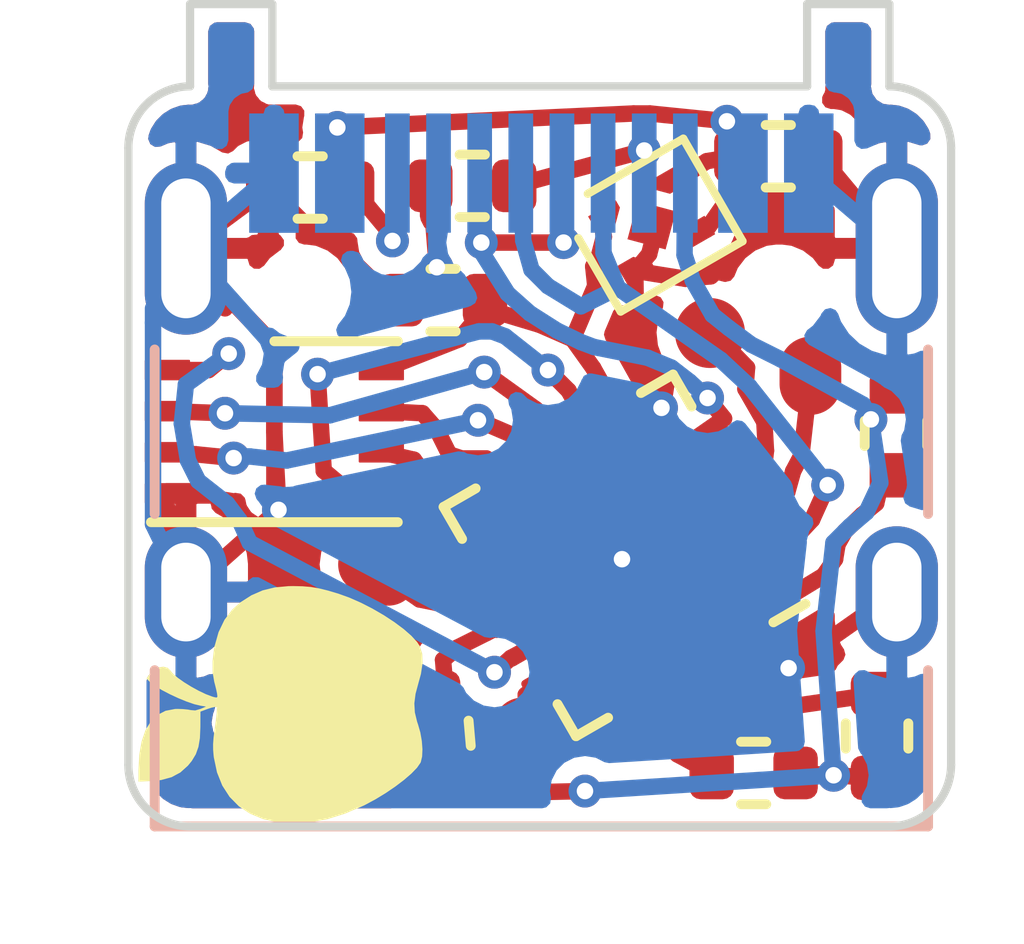
<source format=kicad_pcb>
(kicad_pcb (version 20211014) (generator pcbnew)
  (layers (0 "F.Cu" signal) (31 "B.Cu" signal) (34 "B.Paste" user) (35 "F.Paste" user) (36 "B.SilkS" user "B.Silkscreen") (37 "F.SilkS" user "F.Silkscreen") (38 "B.Mask" user) (39 "F.Mask" user) (44 "Edge.Cuts" user))
  (net 0 "")
  (net 1 "VDD")
  (net 2 "GND")
  (net 3 "+5V")
  (net 4 "Net-(J1-PadB5)")
  (net 5 "D+")
  (net 6 "D-")
  (net 7 "SBU2")
  (net 8 "Net-(J1-PadA5)")
  (net 9 "MOSI")
  (net 10 "MISO")
  (net 11 "FIOA")
  (net 12 "FIOB")
  (net 13 "SCK")
  (net 14 "SS")
  (net 15 "SWIO")
  (net 16 "Net-(R4-Pad1)")
  (net 17 "Net-(R5-Pad1)")
  (net 18 "Net-(R6-Pad1)")
  (net 20 "Net-(R3-Pad1)")
  (net 21 "Net-(U3-Pad2)")
  (net 22 "Net-(U3-Pad3)")
  (net 23 "Net-(U3-Pad12)")
  (footprint "TestPoint:TestPoint_Pad_1.0x1.0mm" (layer "F.Cu") (at 64.84 49.12 120)
    (fp_text reference "J6" hide)
    (fp_text value "~")
    (pad "1" smd oval (at 0 0 120) (size 0.9 0.7) (layers "F.Cu" "F.Mask") (net 15 "SWIO"))
  )
  (footprint "Resistor_SMD:R_0402_1005Metric" (layer "F.Cu") (at 63.825 43.85)
    (fp_text reference "C3" hide)
    (fp_text value "4.7u" hide)
    (fp_line (start -0.153641 -0.38) (end 0.153641 -0.38) (layer "F.SilkS") (width 0.12))
    (fp_line (start -0.153641 0.38) (end 0.153641 0.38) (layer "F.SilkS") (width 0.12))
    (pad "1" smd roundrect (at -0.51 0) (size 0.54 0.64) (layers "F.Cu" "F.Paste" "F.Mask") (net 2 "GND"))
    (pad "2" smd roundrect (at 0.51 0) (size 0.54 0.64) (layers "F.Cu" "F.Paste" "F.Mask") (net 1 "VDD"))
  )
  (footprint "Resistor_SMD:R_0402_1005Metric" (layer "F.Cu") (at 64.18 42.46 180)
    (fp_text reference "R1" hide)
    (fp_text value "5.1k" hide)
    (fp_line (start -0.153641 -0.38) (end 0.153641 -0.38) (layer "F.SilkS") (width 0.12))
    (fp_line (start -0.153641 0.38) (end 0.153641 0.38) (layer "F.SilkS") (width 0.12))
    (pad "1" smd roundrect locked (at -0.51 0 180) (size 0.54 0.64) (layers "F.Cu" "F.Paste" "F.Mask") (net 8 "Net-(J1-PadA5)"))
    (pad "2" smd roundrect locked (at 0.51 0 180) (size 0.54 0.64) (layers "F.Cu" "F.Paste" "F.Mask") (net 2 "GND"))
  )
  (footprint "Resistor_SMD:R_0402_1005Metric" (layer "F.Cu") (at 67.6 49.6)
    (fp_text reference "R6" hide)
    (fp_text value "1.5k" hide)
    (fp_line (start -0.153641 -0.38) (end 0.153641 -0.38) (layer "F.SilkS") (width 0.12))
    (fp_line (start -0.153641 0.38) (end 0.153641 0.38) (layer "F.SilkS") (width 0.12))
    (pad "1" smd roundrect (at -0.51 0) (size 0.54 0.64) (layers "F.Cu" "F.Paste" "F.Mask") (net 18 "Net-(R6-Pad1)"))
    (pad "2" smd roundrect (at 0.51 0) (size 0.54 0.64) (layers "F.Cu" "F.Paste" "F.Mask") (net 7 "SBU2"))
  )
  (footprint "artwork:apple" (layer "F.Cu") (at 61.85 48.77 90)
    (fp_text reference "J2" hide)
    (fp_text value "APPLE" hide)
    (fp_poly (pts (xy -0.793653 -1.727072) (xy -0.606808 -1.717459) (xy -0.445887 -1.689243) (xy -0.311507 -1.642818) (xy -0.204283 -1.578579) (xy -0.124832 -1.496918) (xy -0.073769 -1.398231) (xy -0.05171 -1.282911) (xy -0.0508 -1.251842) (xy -0.053057 -1.185401) (xy -0.058903 -1.125201) (xy -0.065176 -1.092088) (xy -0.069497 -1.036594) (xy -0.051054 -0.973854) (xy -0.022555 -0.906308) (xy -0.011743 -0.973924) (xy 0.006404 -1.04902) (xy 0.037875 -1.14069) (xy 0.079033 -1.241265) (xy 0.126242 -1.343074) (xy 0.175867 -1.438445) (xy 0.224271 -1.519708) (xy 0.267818 -1.579193) (xy 0.282465 -1.594613) (xy 0.319555 -1.629457) (xy 0.373303 -1.591185) (xy 0.423029 -1.542123) (xy 0.453369 -1.484268) (xy 0.463027 -1.425613) (xy 0.450708 -1.374149) (xy 0.415115 -1.33787) (xy 0.414437 -1.337503) (xy 0.374576 -1.304656) (xy 0.326098 -1.247234) (xy 0.273126 -1.172039) (xy 0.219784 -1.085875) (xy 0.170194 -0.995545) (xy 0.128481 -0.907853) (xy 0.098767 -0.829602) (xy 0.09185 -0.805249) (xy 0.087112 -0.776703) (xy 0.098515 -0.767467) (xy 0.134247 -0.771685) (xy 0.137879 -0.772335) (xy 0.189287 -0.783327) (xy 0.252559 -0.799122) (xy 0.27824 -0.806142) (xy 0.393365 -0.825753) (xy 0.528531 -0.82679) (xy 0.675499 -0.809311) (xy 0.707681 -0.803173) (xy 0.882495 -0.753814) (xy 1.032349 -0.681834) (xy 1.157753 -0.586935) (xy 1.245964 -0.487399) (xy 1.331187 -0.354037) (xy 1.390724 -0.217389) (xy 1.426941 -0.069761) (xy 1.442203 0.096541) (xy 1.443048 0.153809) (xy 1.44051 0.267175) (xy 1.431861 0.367709) (xy 1.415252 0.466423) (xy 1.388838 0.574326) (xy 1.351331 0.700644) (xy 1.302259 0.836958) (xy 1.240024 0.978094) (xy 1.167701 1.119292) (xy 1.088365 1.255794) (xy 1.005092 1.382841) (xy 0.920955 1.495674) (xy 0.83903 1.589534) (xy 0.762392 1.659664) (xy 0.709281 1.694313) (xy 0.618853 1.722455) (xy 0.506499 1.726441) (xy 0.373957 1.70634) (xy 0.265151 1.6764) (xy 0.132136 1.640671) (xy 0.015747 1.626039) (xy -0.093789 1.63239) (xy -0.206249 1.659608) (xy -0.238348 1.670508) (xy -0.33741 1.698993) (xy -0.441567 1.717206) (xy -0.542105 1.724592) (xy -0.630307 1.720601) (xy -0.697457 1.70468) (xy -0.70721 1.700213) (xy -0.767085 1.658254) (xy -0.837339 1.590318) (xy -0.914324 1.501257) (xy -0.994392 1.39592) (xy -1.073897 1.279157) (xy -1.149192 1.155817) (xy -1.216629 1.030752) (xy -1.228089 1.007534) (xy -1.324368 0.784655) (xy -1.39135 0.570949) (xy -1.430368 0.361149) (xy -1.442751 0.160867) (xy -1.429956 -0.03678) (xy -1.390542 -0.214637) (xy -1.325345 -0.371715) (xy -1.235199 -0.507026) (xy -1.120939 -0.619584) (xy -0.983399 -0.708399) (xy -0.823414 -0.772484) (xy -0.641818 -0.810851) (xy -0.619586 -0.81357) (xy -0.548211 -0.819579) (xy -0.478653 -0.820058) (xy -0.400511 -0.81451) (xy -0.303384 -0.802436) (xy -0.262243 -0.796467) (xy -0.179412 -0.785258) (xy -0.108716 -0.777788) (xy -0.056835 -0.774611) (xy -0.030446 -0.776279) (xy -0.028884 -0.77717) (xy -0.027086 -0.799048) (xy -0.036354 -0.841746) (xy -0.049683 -0.882129) (xy -0.083932 -0.973667) (xy -0.274799 -0.974495) (xy -0.406029 -0.98022) (xy -0.512701 -0.997859) (xy -0.602818 -1.030011) (xy -0.684384 -1.079277) (xy -0.741551 -1.126122) (xy -0.823676 -1.21762) (xy -0.881047 -1.324075) (xy -0.915577 -1.450039) (xy -0.928165 -1.570566) (xy -0.935373 -1.7272)) (layer "F.SilkS") (width 0) (fill solid))
  )
  (footprint "Resistor_SMD:R_0402_1005Metric" (layer "F.Cu") (at 69.1 49.15 -90)
    (fp_text reference "R4" hide)
    (fp_text value "1.5k" hide)
    (fp_line (start -0.153641 -0.38) (end 0.153641 -0.38) (layer "F.SilkS") (width 0.12))
    (fp_line (start -0.153641 0.38) (end 0.153641 0.38) (layer "F.SilkS") (width 0.12))
    (pad "1" smd roundrect (at -0.51 0 270) (size 0.54 0.64) (layers "F.Cu" "F.Paste" "F.Mask") (net 16 "Net-(R4-Pad1)"))
    (pad "2" smd roundrect (at 0.51 0 270) (size 0.54 0.64) (layers "F.Cu" "F.Paste" "F.Mask") (net 7 "SBU2"))
  )
  (footprint "Package_DFN_QFN:QFN-20-1EP_3x3mm_P0.4mm_EP1.65x1.65mm" (layer "F.Cu") (at 66.030737 46.95359 -150)
    (fp_text reference "U3" hide)
    (fp_text value "CH32V003F4U6" hide)
    (fp_line (start -1.16 1.61) (end -1.61 1.61) (layer "F.SilkS") (width 0.12))
    (fp_line (start 1.61 -1.61) (end 1.61 -1.16) (layer "F.SilkS") (width 0.12))
    (fp_line (start 1.61 1.61) (end 1.61 1.16) (layer "F.SilkS") (width 0.12))
    (fp_line (start -1.61 1.61) (end -1.61 1.16) (layer "F.SilkS") (width 0.12))
    (fp_line (start -1.16 -1.61) (end -1.61 -1.61) (layer "F.SilkS") (width 0.12))
    (fp_line (start 1.16 1.61) (end 1.61 1.61) (layer "F.SilkS") (width 0.12))
    (fp_line (start 1.16 -1.61) (end 1.61 -1.61) (layer "F.SilkS") (width 0.12))
    (pad "1" smd roundrect locked (at -1.45 -0.8 210) (size 0.85 0.2) (layers "F.Cu" "F.Paste" "F.Mask") (net 6 "D-"))
    (pad "2" smd roundrect locked (at -1.45 -0.4 210) (size 0.85 0.2) (layers "F.Cu" "F.Paste" "F.Mask") (net 21 "Net-(U3-Pad2)"))
    (pad "3" smd roundrect locked (at -1.45 0 210) (size 0.85 0.2) (layers "F.Cu" "F.Paste" "F.Mask") (net 22 "Net-(U3-Pad3)"))
    (pad "4" smd roundrect locked (at -1.45 0.4 210) (size 0.85 0.2) (layers "F.Cu" "F.Paste" "F.Mask") (net 2 "GND"))
    (pad "5" smd roundrect locked (at -1.45 0.8 210) (size 0.85 0.2) (layers "F.Cu" "F.Paste" "F.Mask") (net 5 "D+"))
    (pad "6" smd roundrect locked (at -0.8 1.45 210) (size 0.2 0.85) (layers "F.Cu" "F.Paste" "F.Mask") (net 1 "VDD"))
    (pad "7" smd roundrect locked (at -0.4 1.45 210) (size 0.2 0.85) (layers "F.Cu" "F.Paste" "F.Mask") (net 9 "MOSI"))
    (pad "8" smd roundrect locked (at 0 1.45 210) (size 0.2 0.85) (layers "F.Cu" "F.Paste" "F.Mask") (net 10 "MISO"))
    (pad "9" smd roundrect locked (at 0.4 1.45 210) (size 0.2 0.85) (layers "F.Cu" "F.Paste" "F.Mask") (net 11 "FIOA"))
    (pad "10" smd roundrect locked (at 0.8 1.45 210) (size 0.2 0.85) (layers "F.Cu" "F.Paste" "F.Mask") (net 12 "FIOB"))
    (pad "11" smd roundrect locked (at 1.45 0.8 210) (size 0.85 0.2) (layers "F.Cu" "F.Paste" "F.Mask") (net 13 "SCK"))
    (pad "12" smd roundrect locked (at 1.45 0.4 210) (size 0.85 0.2) (layers "F.Cu" "F.Paste" "F.Mask") (net 23 "Net-(U3-Pad12)"))
    (pad "13" smd roundrect locked (at 1.45 0 210) (size 0.85 0.2) (layers "F.Cu" "F.Paste" "F.Mask") (net 17 "Net-(R5-Pad1)"))
    (pad "14" smd roundrect locked (at 1.45 -0.4 210) (size 0.85 0.2) (layers "F.Cu" "F.Paste" "F.Mask") (net 14 "SS"))
    (pad "15" smd roundrect locked (at 1.45 -0.8 210) (size 0.85 0.2) (layers "F.Cu" "F.Paste" "F.Mask") (net 15 "SWIO"))
    (pad "16" smd roundrect locked (at 0.8 -1.45 210) (size 0.2 0.85) (layers "F.Cu" "F.Paste" "F.Mask") (net 18 "Net-(R6-Pad1)"))
    (pad "17" smd roundrect locked (at 0.4 -1.45 210) (size 0.2 0.85) (layers "F.Cu" "F.Paste" "F.Mask") (net 16 "Net-(R4-Pad1)"))
    (pad "18" smd roundrect locked (at 0 -1.45 210) (size 0.2 0.85) (layers "F.Cu" "F.Paste" "F.Mask"))
    (pad "19" smd roundrect locked (at -0.4 -1.45 210) (size 0.2 0.85) (layers "F.Cu" "F.Paste" "F.Mask") (net 20 "Net-(R3-Pad1)"))
    (pad "20" smd roundrect locked (at -0.8 -1.45 210) (size 0.2 0.85) (layers "F.Cu" "F.Paste" "F.Mask") (net 20 "Net-(R3-Pad1)"))
    (pad "21" smd rect locked (at 0 0 210) (size 1.65 1.65) (layers "F.Cu" "F.Mask") (net 2 "GND"))
  )
  (footprint "Resistor_SMD:R_0402_1005Metric" (layer "F.Cu") (at 67.9 42.1 180)
    (fp_text reference "C4" hide)
    (fp_text value "4.7u" hide)
    (fp_line (start -0.153641 -0.38) (end 0.153641 -0.38) (layer "F.SilkS") (width 0.12))
    (fp_line (start -0.153641 0.38) (end 0.153641 0.38) (layer "F.SilkS") (width 0.12))
    (pad "1" smd roundrect (at -0.51 0 180) (size 0.54 0.64) (layers "F.Cu" "F.Paste" "F.Mask") (net 2 "GND"))
    (pad "2" smd roundrect (at 0.51 0 180) (size 0.54 0.64) (layers "F.Cu" "F.Paste" "F.Mask") (net 3 "+5V"))
  )
  (footprint "cnhardware:USON8-LINE(2x3)" (layer "F.Cu") (at 61.775 45.45)
    (fp_text reference "U2" hide)
    (fp_text value "25WQ32" hide)
    (fp_line (start 1.5 1.1) (end -1.5 1.1) (layer "F.SilkS") (width 0.12))
    (fp_line (start 0 -1.1) (end 1.5 -1.1) (layer "F.SilkS") (width 0.12))
    (pad "1" smd roundrect (at -1.3 -0.75) (size 0.55 0.25) (layers "F.Cu" "F.Paste" "F.Mask") (roundrect_rratio 0.05) (net 14 "SS"))
    (pad "2" smd roundrect (at -1.3 -0.25) (size 0.55 0.25) (layers "F.Cu" "F.Paste" "F.Mask") (roundrect_rratio 0.05) (net 10 "MISO"))
    (pad "3" smd roundrect (at -1.3 0.25) (size 0.55 0.25) (layers "F.Cu" "F.Paste" "F.Mask") (roundrect_rratio 0.05) (net 11 "FIOA"))
    (pad "4" smd roundrect (at -1.3 0.75) (size 0.55 0.25) (layers "F.Cu" "F.Paste" "F.Mask") (roundrect_rratio 0.05) (net 2 "GND"))
    (pad "5" smd roundrect (at 1.3 0.75) (size 0.55 0.25) (layers "F.Cu" "F.Paste" "F.Mask") (roundrect_rratio 0.05) (net 9 "MOSI"))
    (pad "6" smd roundrect (at 1.3 0.25) (size 0.55 0.25) (layers "F.Cu" "F.Paste" "F.Mask") (roundrect_rratio 0.05) (net 13 "SCK"))
    (pad "7" smd roundrect (at 1.3 -0.25) (size 0.55 0.25) (layers "F.Cu" "F.Paste" "F.Mask") (roundrect_rratio 0.05) (net 12 "FIOB"))
    (pad "8" smd roundrect (at 1.3 -0.75) (size 0.55 0.25) (layers "F.Cu" "F.Paste" "F.Mask") (roundrect_rratio 0.05) (net 1 "VDD"))
    (pad "9" smd roundrect (at 0 0) (size 0.2 1.6) (layers "F.Cu" "F.Paste" "F.Mask") (roundrect_rratio 0.05) (net 2 "GND"))
  )
  (footprint "cnhardware:xdfn-reg" (layer "F.Cu") (at 66.36 42.94 -60)
    (fp_text reference "U1" hide)
    (fp_text value "3.3vReg" hide)
    (fp_line (start -0.72 -0.86) (end -0.72 0.48) (layer "F.SilkS") (width 0.1))
    (fp_line (start 0.72 0.85) (end 0.72 -0.86) (layer "F.SilkS") (width 0.1))
    (fp_line (start 0.72 0.85) (end -0.31 0.85) (layer "F.SilkS") (width 0.1))
    (fp_line (start 0.72 -0.86) (end -0.72 -0.86) (layer "F.SilkS") (width 0.1))
    (pad "1" smd custom (at -0.35 0.5 300) (size 0.26 0.23) (layers "F.Cu" "F.Paste" "F.Mask") (net 1 "VDD") (options (clearance outline) (anchor rect)) (primitives (gr_poly (pts (xy 0.13 -0.115) (xy -0.13 -0.115) (xy -0.13 -0.275) (xy -0.03 -0.275)) (width 0) (fill yes))))
    (pad "2" smd custom (at 0.35 0.5 300) (size 0.26 0.23) (layers "F.Cu" "F.Paste" "F.Mask") (net 2 "GND") (options (clearance outline) (anchor rect)) (primitives (gr_poly (pts (xy 0.13 -0.115) (xy -0.13 -0.115) (xy 0.03 -0.275) (xy 0.13 -0.275)) (width 0) (fill yes))))
    (pad "3" smd custom (at 0.35 -0.5 120) (size 0.26 0.23) (layers "F.Cu" "F.Paste" "F.Mask") (net 3 "+5V") (options (clearance outline) (anchor rect)) (primitives (gr_poly (pts (xy 0.13 -0.115) (xy -0.13 -0.115) (xy -0.13 -0.275) (xy -0.03 -0.275)) (width 0) (fill yes))))
    (pad "4" smd custom (at -0.35 -0.5 120) (size 0.26 0.23) (layers "F.Cu" "F.Paste" "F.Mask") (net 3 "+5V") (options (clearance outline) (anchor rect)) (primitives (gr_poly (pts (xy 0.13 -0.115) (xy -0.13 -0.115) (xy 0.03 -0.275) (xy 0.13 -0.275)) (width 0) (fill yes))))
    (pad "5" smd rect (at 0 0 165) (size 0.48 0.48) (layers "F.Cu" "F.Paste" "F.Mask") (net 2 "GND"))
  )
  (footprint "Resistor_SMD:R_0402_1005Metric" (layer "F.Cu") (at 62.21 42.48 180)
    (fp_text reference "R2" hide)
    (fp_text value "5.1k" hide)
    (fp_line (start -0.153641 -0.38) (end 0.153641 -0.38) (layer "F.SilkS") (width 0.12))
    (fp_line (start -0.153641 0.38) (end 0.153641 0.38) (layer "F.SilkS") (width 0.12))
    (pad "1" smd roundrect locked (at -0.51 0 180) (size 0.54 0.64) (layers "F.Cu" "F.Paste" "F.Mask") (net 4 "Net-(J1-PadB5)"))
    (pad "2" smd roundrect locked (at 0.51 0 180) (size 0.54 0.64) (layers "F.Cu" "F.Paste" "F.Mask") (net 2 "GND"))
  )
  (footprint "TestPoint:TestPoint_Pad_1.0x1.0mm" (layer "F.Cu") (at 67.07 44.25)
    (fp_text reference "J4" hide)
    (fp_text value "~")
    (pad "1" smd circle (at 0 0) (size 0.85 0.85) (layers "F.Cu" "F.Mask") (net 22 "Net-(U3-Pad3)"))
  )
  (footprint "Resistor_SMD:R_0402_1005Metric" (layer "F.Cu") (at 69.33 45.47 90)
    (fp_text reference "R3" hide)
    (fp_text value "1.5k" hide)
    (fp_line (start -0.153641 -0.38) (end 0.153641 -0.38) (layer "F.SilkS") (width 0.12))
    (fp_line (start -0.153641 0.38) (end 0.153641 0.38) (layer "F.SilkS") (width 0.12))
    (pad "1" smd roundrect (at -0.51 0 90) (size 0.54 0.64) (layers "F.Cu" "F.Paste" "F.Mask") (net 20 "Net-(R3-Pad1)"))
    (pad "2" smd roundrect (at 0.51 0 90) (size 0.54 0.64) (layers "F.Cu" "F.Paste" "F.Mask") (net 7 "SBU2"))
  )
  (footprint "TestPoint:TestPoint_Pad_1.0x1.0mm" (layer "F.Cu") (at 68.29 44.77 90)
    (fp_text reference "J3" hide)
    (fp_text value "~" hide)
    (pad "1" smd oval (at 0 0 90) (size 0.95 0.75) (layers "F.Cu" "F.Mask") (net 21 "Net-(U3-Pad2)"))
  )
  (footprint "TestPoint:TestPoint_Pad_1.0x1.0mm" (layer "F.Cu") (at 63.03 47.14 150)
    (fp_text reference "J5" hide)
    (fp_text value "~" hide)
    (pad "1" smd oval (at 0 0 150) (size 1 0.7) (layers "F.Cu" "F.Mask") (net 23 "Net-(U3-Pad12)"))
  )
  (footprint "Resistor_SMD:R_0402_1005Metric" (layer "F.Cu") (at 63.77 49.15 -85)
    (fp_text reference "R5" hide)
    (fp_text value "1.5k" hide)
    (fp_line (start -0.153641 0.38) (end 0.153641 0.38) (layer "F.SilkS") (width 0.12))
    (fp_line (start -0.153641 -0.38) (end 0.153641 -0.38) (layer "F.SilkS") (width 0.12))
    (pad "1" smd roundrect (at -0.51 0 275) (size 0.54 0.64) (layers "F.Cu" "F.Paste" "F.Mask") (net 17 "Net-(R5-Pad1)"))
    (pad "2" smd roundrect (at 0.51 0 275) (size 0.54 0.64) (layers "F.Cu" "F.Paste" "F.Mask") (net 7 "SBU2"))
  )
  (footprint "Connector_USB:USB_C_Receptacle_HRO_TYPE-C-31-M-12" (layer "B.Cu") (at 65.02 46.35 180)
    (fp_text reference "J1" hide)
    (fp_text value "USB_C_Receptacle_USB2.0" hide)
    (fp_line (start 4.7 1.9) (end 4.7 -0.1) (layer "B.SilkS") (width 0.12))
    (fp_line (start -4.7 -3.9) (end 4.7 -3.9) (layer "B.SilkS") (width 0.12))
    (fp_line (start -4.7 1.9) (end -4.7 -0.1) (layer "B.SilkS") (width 0.12))
    (fp_line (start 4.7 -2) (end 4.7 -3.9) (layer "B.SilkS") (width 0.12))
    (fp_line (start -4.7 -2) (end -4.7 -3.9) (layer "B.SilkS") (width 0.12))
    (pad "" np_thru_hole circle locked (at -2.89 2.6 180) (size 0.65 0.65) (drill 0.65) (layers *.Cu *.Mask))
    (pad "" np_thru_hole circle locked (at 2.89 2.6 180) (size 0.65 0.65) (drill 0.65) (layers *.Cu *.Mask))
    (pad "A1" smd rect locked (at -3.25 4.045 180) (size 0.6 1.45) (layers "B.Cu" "B.Paste" "B.Mask") (net 2 "GND"))
    (pad "A4" smd rect locked (at -2.45 4.045 180) (size 0.6 1.45) (layers "B.Cu" "B.Paste" "B.Mask") (net 3 "+5V"))
    (pad "A5" smd rect locked (at -1.25 4.045 180) (size 0.3 1.45) (layers "B.Cu" "B.Paste" "B.Mask") (net 8 "Net-(J1-PadA5)"))
    (pad "A6" smd rect locked (at -0.25 4.045 180) (size 0.3 1.45) (layers "B.Cu" "B.Paste" "B.Mask") (net 5 "D+"))
    (pad "A7" smd rect locked (at 0.25 4.045 180) (size 0.3 1.45) (layers "B.Cu" "B.Paste" "B.Mask") (net 6 "D-"))
    (pad "A8" smd rect locked (at 1.25 4.045 180) (size 0.3 1.45) (layers "B.Cu" "B.Paste" "B.Mask") (net 2 "GND"))
    (pad "A9" smd rect locked (at 2.45 4.045 180) (size 0.6 1.45) (layers "B.Cu" "B.Paste" "B.Mask") (net 3 "+5V"))
    (pad "A12" smd rect locked (at 3.25 4.045 180) (size 0.6 1.45) (layers "B.Cu" "B.Paste" "B.Mask") (net 2 "GND"))
    (pad "B1" smd rect locked (at 3.25 4.045 180) (size 0.6 1.45) (layers "B.Cu" "B.Paste" "B.Mask") (net 2 "GND"))
    (pad "B4" smd rect locked (at 2.45 4.045 180) (size 0.6 1.45) (layers "B.Cu" "B.Paste" "B.Mask") (net 3 "+5V"))
    (pad "B5" smd rect locked (at 1.75 4.045 180) (size 0.3 1.45) (layers "B.Cu" "B.Paste" "B.Mask") (net 4 "Net-(J1-PadB5)"))
    (pad "B6" smd rect locked (at 0.75 4.045 180) (size 0.3 1.45) (layers "B.Cu" "B.Paste" "B.Mask") (net 5 "D+"))
    (pad "B7" smd rect locked (at -0.75 4.045 180) (size 0.3 1.45) (layers "B.Cu" "B.Paste" "B.Mask") (net 6 "D-"))
    (pad "B8" smd rect locked (at -1.75 4.045 180) (size 0.3 1.45) (layers "B.Cu" "B.Paste" "B.Mask") (net 7 "SBU2"))
    (pad "B9" smd rect locked (at -2.45 4.045 180) (size 0.6 1.45) (layers "B.Cu" "B.Paste" "B.Mask") (net 3 "+5V"))
    (pad "B12" smd rect locked (at -3.25 4.045 180) (size 0.6 1.45) (layers "B.Cu" "B.Paste" "B.Mask") (net 2 "GND"))
    (pad "S1" thru_hole oval locked (at -4.32 3.13 180) (size 1 2.1) (drill oval 0.6 1.7) (layers *.Cu *.Mask) (net 2 "GND"))
    (pad "S1" thru_hole oval locked (at 4.32 -1.05 180) (size 1 1.6) (drill oval 0.6 1.2) (layers *.Cu *.Mask) (net 2 "GND"))
    (pad "S1" thru_hole oval locked (at 4.32 3.13 180) (size 1 2.1) (drill oval 0.6 1.7) (layers *.Cu *.Mask) (net 2 "GND"))
    (pad "S1" thru_hole oval locked (at -4.32 -1.05 180) (size 1 1.6) (drill oval 0.6 1.2) (layers *.Cu *.Mask) (net 2 "GND"))
  )
  (gr_line (start 61.75 40.25) (end 61.75 41.25) (layer "Edge.Cuts") (width 0.1))
  (gr_arc (start 60.75 50.25) (mid 60.21967 50.03033) (end 60 49.5) (layer "Edge.Cuts") (width 0.1))
  (gr_line (start 60 49.5) (end 60 42) (layer "Edge.Cuts") (width 0.1))
  (gr_arc (start 60 42) (mid 60.21967 41.46967) (end 60.75 41.25) (layer "Edge.Cuts") (width 0.1))
  (gr_line (start 69.25 50.25) (end 60.75 50.25) (layer "Edge.Cuts") (width 0.1))
  (gr_line (start 69.25 40.25) (end 69.25 41.25) (layer "Edge.Cuts") (width 0.1))
  (gr_line (start 70 42) (end 70 49.5) (layer "Edge.Cuts") (width 0.1))
  (gr_line (start 68.25 41.25) (end 68.25 40.25) (layer "Edge.Cuts") (width 0.1))
  (gr_line (start 61.75 41.25) (end 68.25 41.25) (layer "Edge.Cuts") (width 0.1))
  (gr_line (start 60.75 41.25) (end 60.75 40.25) (layer "Edge.Cuts") (width 0.1))
  (gr_line (start 68.25 40.25) (end 69.25 40.25) (layer "Edge.Cuts") (width 0.1))
  (gr_arc (start 70 49.5) (mid 69.78033 50.03033) (end 69.25 50.25) (layer "Edge.Cuts") (width 0.1))
  (gr_arc (start 69.25 41.25) (mid 69.78033 41.46967) (end 70 42) (layer "Edge.Cuts") (width 0.1))
  (gr_line (start 60.75 40.25) (end 61.75 40.25) (layer "Edge.Cuts") (width 0.1))
  (segment (start 61.520003 48.300004) (end 61.33699 48.983016) (width 0.2) (layer "F.Cu") (net 0))
  (segment (start 63.136027 49.099041) (end 62.703016 49.349041) (width 0.2) (layer "F.Cu") (net 0))
  (segment (start 61.33699 48.983016) (end 62.203015 48.483015) (width 0.2) (layer "F.Cu") (net 0))
  (segment (start 62.203015 48.483015) (end 62.886028 48.666028) (width 0.2) (layer "F.Cu") (net 0))
  (segment (start 62.703016 49.349041) (end 62.020003 49.166028) (width 0.2) (layer "F.Cu") (net 0))
  (segment (start 62.886028 48.666028) (end 63.136027 49.099041) (width 0.2) (layer "F.Cu") (net 0))
  (segment (start 62.020003 49.166028) (end 61.520003 48.300004) (width 0.2) (layer "F.Cu") (net 0))
  (segment (start 62.020003 49.166028) (end 62.703016 49.349041) (width 0.2) (layer "B.Cu") (net 0))
  (segment (start 62.203015 48.483015) (end 62.886028 48.666028) (width 0.2) (layer "B.Cu") (net 0))
  (segment (start 63.136027 49.099041) (end 62.886028 48.666028) (width 0.2) (layer "B.Cu") (net 0))
  (segment (start 61.520003 48.300004) (end 62.020003 49.166028) (width 0.2) (layer "B.Cu") (net 0))
  (segment (start 62.703016 49.349041) (end 63.136027 49.099041) (width 0.2) (layer "B.Cu") (net 0))
  (segment (start 61.520003 48.300004) (end 61.33699 48.983016) (width 0.2) (layer "B.Cu") (net 0))
  (segment (start 61.33699 48.983016) (end 62.203015 48.483015) (width 0.2) (layer "B.Cu") (net 0))
  (segment (start 63.075 44.7) (end 64.025 44.325) (width 0.2) (layer "F.Cu") (net 1))
  (segment (start 64.025 44.325) (end 64.335 43.95) (width 0.2) (layer "F.Cu") (net 1))
  (segment (start 65.72 43.31) (end 65.78 43.08) (width 0.2) (layer "F.Cu") (net 1))
  (segment (start 65 44.15) (end 65.4 44.325) (width 0.2) (layer "F.Cu") (net 1))
  (segment (start 65.78 43.08) (end 65.751987 42.886891) (width 0.2) (layer "F.Cu") (net 1))
  (segment (start 64.335 43.95) (end 65 44.15) (width 0.2) (layer "F.Cu") (net 1))
  (segment (start 65.4 44.325) (end 65.65 44.675) (width 0.2) (layer "F.Cu") (net 1))
  (segment (start 65.65 43.44) (end 65.72 43.31) (width 0.2) (layer "F.Cu") (net 1))
  (segment (start 65.675 43.675) (end 65.4 44.325) (width 0.2) (layer "F.Cu") (net 1))
  (segment (start 65.65 44.675) (end 65.998557 45.297853) (width 0.2) (layer "F.Cu") (net 1))
  (segment (start 65.675 43.675) (end 65.65 43.44) (width 0.2) (layer "F.Cu") (net 1))
  (segment (start 66.161987 43.493109) (end 66.166987 43.928109) (width 0.2) (layer "F.Cu") (net 2))
  (segment (start 63.75 43.45) (end 63.315 43.95) (width 0.2) (layer "F.Cu") (net 2))
  (segment (start 62.22 43) (end 62.57 43.21) (width 0.2) (layer "F.Cu") (net 2))
  (segment (start 61.7 42.48) (end 62.22 43) (width 0.2) (layer "F.Cu") (net 2))
  (segment (start 68.1 42.66) (end 68.41 42.1) (width 0.2) (layer "F.Cu") (net 2))
  (segment (start 62.57 43.21) (end 62.72 43.37) (width 0.2) (layer "F.Cu") (net 2))
  (segment (start 62.72 43.37) (end 63.315 43.95) (width 0.2) (layer "F.Cu") (net 2))
  (segment (start 61.825 46.4) (end 60.7 47.4) (width 0.2) (layer "F.Cu") (net 2))
  (segment (start 67.63 43.07) (end 68.1 42.66) (width 0.2) (layer "F.Cu") (net 2))
  (segment (start 61.775 45.45) (end 61.775 44.4) (width 0.2) (layer "F.Cu") (net 2))
  (segment (start 67.08 43.56) (end 67.38 43.3) (width 0.2) (layer "F.Cu") (net 2))
  (segment (start 66.161987 43.493109) (end 66.33 43.29) (width 0.2) (layer "F.Cu") (net 2))
  (segment (start 60.7 43.22) (end 61.7 42.48) (width 0.2) (layer "F.Cu") (net 2))
  (segment (start 67.086474 45.88218) (end 66.575 46.15) (width 0.2) (layer "F.Cu") (net 2))
  (segment (start 60.475 46.375) (end 60.7 47.4) (width 0.2) (layer "F.Cu") (net 2))
  (segment (start 69.34 47.4) (end 68.025 48.325) (width 0.2) (layer "F.Cu") (net 2))
  (segment (start 63.67 42.46) (end 63.75 43.45) (width 0.2) (layer "F.Cu") (net 2))
  (segment (start 67.38 43.3) (end 67.63 43.07) (width 0.2) (layer "F.Cu") (net 2))
  (segment (start 66.77 43.59) (end 67.08 43.56) (width 0.2) (layer "F.Cu") (net 2))
  (segment (start 66.33 43.29) (end 66.42 42.94) (width 0.2) (layer "F.Cu") (net 2))
  (segment (start 66.575 46.15) (end 66.030737 46.95359) (width 0.2) (layer "F.Cu") (net 2))
  (segment (start 66.030737 46.95359) (end 66 47) (width 0.2) (layer "F.Cu") (net 2))
  (segment (start 66.161987 43.493109) (end 66.77 43.59) (width 0.2) (layer "F.Cu") (net 2))
  (segment (start 61.775 44.4) (end 61.175 43.775) (width 0.2) (layer "F.Cu") (net 2))
  (segment (start 68.41 42.1) (end 69.34 43.22) (width 0.2) (layer "F.Cu") (net 2))
  (segment (start 61.175 43.95) (end 60.7 43.22) (width 0.2) (layer "F.Cu") (net 2))
  (segment (start 66.166987 43.928109) (end 66.48 45.16) (width 0.2) (layer "F.Cu") (net 2))
  (segment (start 61.825 46.4) (end 61.775 45.45) (width 0.2) (layer "F.Cu") (net 2))
  (via (at 68.025 48.325) (size 0.4) (drill 0.2) (layers "F.Cu" "B.Cu") (net 2))
  (via (at 63.75 43.45) (size 0.4) (drill 0.2) (layers "F.Cu" "B.Cu") (net 2))
  (via (at 61.825 46.4) (size 0.4) (drill 0.2) (layers "F.Cu" "B.Cu") (net 2))
  (via (at 66 47) (size 0.4) (drill 0.2) (layers "F.Cu" "B.Cu") (net 2))
  (via (at 66.48 45.16) (size 0.4) (drill 0.2) (layers "F.Cu" "B.Cu") (net 2))
  (segment (start 60.7 43.22) (end 61.45 44.06) (width 0.2) (layer "B.Cu") (net 2))
  (segment (start 61.45 44.06) (end 61.69 44.33) (width 0.2) (layer "B.Cu") (net 2))
  (segment (start 63.77 42.305) (end 63.75 43.45) (width 0.2) (layer "B.Cu") (net 2))
  (segment (start 66 47) (end 61.825 46.4) (width 0.2) (layer "B.Cu") (net 2))
  (segment (start 68.025 48.325) (end 66 47) (width 0.2) (layer "B.Cu") (net 2))
  (segment (start 60.7 47.4) (end 60.3 46.575) (width 0.2) (layer "B.Cu") (net 2))
  (segment (start 61.78 44.57) (end 61.98 44.41) (width 0.2) (layer "B.Cu") (net 2))
  (segment (start 60.3 44.125) (end 60.7 43.22) (width 0.2) (layer "B.Cu") (net 2))
  (segment (start 66.48 45.16) (end 66 47) (width 0.2) (layer "B.Cu") (net 2))
  (segment (start 68.27 42.305) (end 69.34 43.22) (width 0.2) (layer "B.Cu") (net 2))
  (segment (start 61.77 42.305) (end 60.7 43.22) (width 0.2) (layer "B.Cu") (net 2))
  (segment (start 60.3 46.575) (end 60.3 43.95) (width 0.2) (layer "B.Cu") (net 2))
  (segment (start 61.69 44.33) (end 61.78 44.57) (width 0.2) (layer "B.Cu") (net 2))
  (segment (start 66.34 41.58) (end 66.14 41.58) (width 0.2) (layer "F.Cu") (net 3))
  (segment (start 67.028013 42.993109) (end 67.28 42.63) (width 0.2) (layer "F.Cu") (net 3))
  (segment (start 67.03 42.16) (end 67.39 42.1) (width 0.2) (layer "F.Cu") (net 3))
  (segment (start 66.14 41.58) (end 62.54 41.75) (width 0.2) (layer "F.Cu") (net 3))
  (segment (start 67.275 41.675) (end 66.34 41.58) (width 0.2) (layer "F.Cu") (net 3))
  (segment (start 67.28 42.63) (end 67.39 42.1) (width 0.2) (layer "F.Cu") (net 3))
  (segment (start 67.39 42.1) (end 67.275 41.675) (width 0.2) (layer "F.Cu") (net 3))
  (segment (start 66.678013 42.386891) (end 67.03 42.16) (width 0.2) (layer "F.Cu") (net 3))
  (via (at 67.275 41.675) (size 0.4) (drill 0.2) (layers "F.Cu" "B.Cu") (net 3))
  (via (at 62.54 41.75) (size 0.4) (drill 0.2) (layers "F.Cu" "B.Cu") (net 3))
  (segment (start 63.224156 43.084156) (end 62.72 42.48) (width 0.2) (layer "F.Cu") (net 4))
  (via (at 63.21 43.13) (size 0.4) (drill 0.2) (layers "F.Cu" "B.Cu") (net 4))
  (segment (start 63.27 42.305) (end 63.28 43.04) (width 0.2) (layer "B.Cu") (net 4))
  (segment (start 63.27 42.305) (end 63.21 43.13) (width 0.2) (layer "B.Cu") (net 4))
  (segment (start 64.3 43.15) (end 65.29 43.15) (width 0.2) (layer "F.Cu") (net 5))
  (segment (start 67.04 45.04) (end 67.24 45.29) (width 0.2) (layer "F.Cu") (net 5))
  (segment (start 67.24 45.29) (end 66.886474 45.53577) (width 0.2) (layer "F.Cu") (net 5))
  (via (at 65.29 43.15) (size 0.4) (drill 0.2) (layers "F.Cu" "B.Cu") (net 5))
  (via (at 64.29 43.15) (size 0.4) (drill 0.2) (layers "F.Cu" "B.Cu") (net 5))
  (via (at 67.04 45.04) (size 0.4) (drill 0.2) (layers "F.Cu" "B.Cu") (net 5))
  (segment (start 65.21 44.22) (end 65.5 44.36) (width 0.2) (layer "B.Cu") (net 5))
  (segment (start 65.66 44.42) (end 66.31 44.55) (width 0.2) (layer "B.Cu") (net 5))
  (segment (start 64.61 43.77) (end 64.88 44.01) (width 0.2) (layer "B.Cu") (net 5))
  (segment (start 64.88 44.01) (end 65.21 44.22) (width 0.2) (layer "B.Cu") (net 5))
  (segment (start 64.3 43.275) (end 64.27 42.305) (width 0.2) (layer "B.Cu") (net 5))
  (segment (start 65.5 44.36) (end 65.66 44.42) (width 0.2) (layer "B.Cu") (net 5))
  (segment (start 66.82 44.84) (end 67.04 45.04) (width 0.2) (layer "B.Cu") (net 5))
  (segment (start 65.29 43.15) (end 65.27 42.305) (width 0.2) (layer "B.Cu") (net 5))
  (segment (start 64.3 43.275) (end 64.61 43.77) (width 0.2) (layer "B.Cu") (net 5))
  (segment (start 66.6 44.67) (end 66.82 44.84) (width 0.2) (layer "B.Cu") (net 5))
  (segment (start 66.31 44.55) (end 66.6 44.67) (width 0.2) (layer "B.Cu") (net 5))
  (segment (start 68.5 46.1) (end 68.31 46.52) (width 0.2) (layer "F.Cu") (net 6))
  (segment (start 68.17 46.67) (end 67.686474 46.92141) (width 0.2) (layer "F.Cu") (net 6))
  (segment (start 68.31 46.52) (end 68.17 46.67) (width 0.2) (layer "F.Cu") (net 6))
  (via (at 68.5 46.1) (size 0.4) (drill 0.2) (layers "F.Cu" "B.Cu") (net 6))
  (segment (start 65.95 43.7) (end 65.775 43.275) (width 0.2) (layer "B.Cu") (net 6))
  (segment (start 67.55 44.9) (end 68.5 46.1) (width 0.2) (layer "B.Cu") (net 6))
  (segment (start 64.9 43.48) (end 65.1 43.68) (width 0.2) (layer "B.Cu") (net 6))
  (segment (start 65.775 43.275) (end 65.77 42.305) (width 0.2) (layer "B.Cu") (net 6))
  (segment (start 65.95 43.7) (end 67.2 44.575) (width 0.2) (layer "B.Cu") (net 6))
  (segment (start 64.8 43.125) (end 64.9 43.48) (width 0.2) (layer "B.Cu") (net 6))
  (segment (start 64.77 42.305) (end 64.8 43.125) (width 0.2) (layer "B.Cu") (net 6))
  (segment (start 67.2 44.575) (end 67.55 44.9) (width 0.2) (layer "B.Cu") (net 6))
  (segment (start 65.5 43.925) (end 65.95 43.7) (width 0.2) (layer "B.Cu") (net 6))
  (segment (start 65.1 43.68) (end 65.5 43.925) (width 0.2) (layer "B.Cu") (net 6))
  (segment (start 69.025 45.3) (end 69.175 44.94) (width 0.2) (layer "F.Cu") (net 7))
  (segment (start 65.55 49.82) (end 64.2 49.85) (width 0.2) (layer "F.Cu") (net 7))
  (segment (start 64.2 49.85) (end 63.814449 49.658059) (width 0.2) (layer "F.Cu") (net 7))
  (segment (start 69.1 49.66) (end 68.572 49.628) (width 0.2) (layer "F.Cu") (net 7))
  (segment (start 68.572 49.628) (end 68.11 49.6) (width 0.2) (layer "F.Cu") (net 7))
  (via (at 69.025 45.3) (size 0.4) (drill 0.2) (layers "F.Cu" "B.Cu") (net 7))
  (via (at 68.572 49.628) (size 0.4) (drill 0.2) (layers "F.Cu" "B.Cu") (net 7))
  (via (at 65.55 49.82) (size 0.4) (drill 0.2) (layers "F.Cu" "B.Cu") (net 7))
  (segment (start 67.57 44.39) (end 67.93 44.57) (width 0.2) (layer "B.Cu") (net 7))
  (segment (start 66.77 42.305) (end 66.775 42.125) (width 0.2) (layer "B.Cu") (net 7))
  (segment (start 67.3 44.19) (end 67.57 44.39) (width 0.2) (layer "B.Cu") (net 7))
  (segment (start 67.1 44.03) (end 67.3 44.19) (width 0.2) (layer "B.Cu") (net 7))
  (segment (start 68.93 45.12) (end 69.025 45.3) (width 0.2) (layer "B.Cu") (net 7))
  (segment (start 66.76 43.3) (end 66.86 43.61) (width 0.2) (layer "B.Cu") (net 7))
  (segment (start 68.572 49.628) (end 68.45 47.875) (width 0.2) (layer "B.Cu") (net 7))
  (segment (start 66.77 42.305) (end 66.76 43.3) (width 0.2) (layer "B.Cu") (net 7))
  (segment (start 66.86 43.61) (end 67.1 44.03) (width 0.2) (layer "B.Cu") (net 7))
  (segment (start 67.93 44.57) (end 68.93 45.12) (width 0.2) (layer "B.Cu") (net 7))
  (segment (start 69.14 46.07) (end 69.025 45.3) (width 0.2) (layer "B.Cu") (net 7))
  (segment (start 65.55 49.82) (end 68.572 49.628) (width 0.2) (layer "B.Cu") (net 7))
  (segment (start 66.77 42.305) (end 66.77 41.98) (width 0.2) (layer "B.Cu") (net 7))
  (segment (start 68.97 46.43) (end 69.14 46.07) (width 0.2) (layer "B.Cu") (net 7))
  (segment (start 68.45 47.875) (end 68.57 46.8) (width 0.2) (layer "B.Cu") (net 7))
  (segment (start 68.57 46.8) (end 68.77 46.6) (width 0.2) (layer "B.Cu") (net 7))
  (segment (start 68.77 46.6) (end 68.97 46.43) (width 0.2) (layer "B.Cu") (net 7))
  (segment (start 66.27 42.03) (end 64.69 42.46) (width 0.2) (layer "F.Cu") (net 8))
  (via (at 66.27 42.03) (size 0.4) (drill 0.2) (layers "F.Cu" "B.Cu") (net 8))
  (segment (start 66.27 42.305) (end 66.27 41.98) (width 0.2) (layer "B.Cu") (net 8))
  (segment (start 62.375 45.925) (end 62.675 46.175) (width 0.2) (layer "F.Cu") (net 9))
  (segment (start 65.35 44.95) (end 65.652147 45.497853) (width 0.2) (layer "F.Cu") (net 9))
  (segment (start 65.1 44.7) (end 65.35 44.95) (width 0.2) (layer "F.Cu") (net 9))
  (segment (start 62.3 44.75) (end 62.375 45.925) (width 0.2) (layer "F.Cu") (net 9))
  (segment (start 62.675 46.175) (end 63.075 46.2) (width 0.2) (layer "F.Cu") (net 9))
  (via (at 62.3 44.75) (size 0.4) (drill 0.2) (layers "F.Cu" "B.Cu") (net 9))
  (via (at 65.1 44.7) (size 0.4) (drill 0.2) (layers "F.Cu" "B.Cu") (net 9))
  (segment (start 64.42 44.23) (end 64.26 44.23) (width 0.2) (layer "B.Cu") (net 9))
  (segment (start 64.26 44.23) (end 62.3 44.75) (width 0.2) (layer "B.Cu") (net 9))
  (segment (start 65.1 44.7) (end 64.58 44.29) (width 0.2) (layer "B.Cu") (net 9))
  (segment (start 64.58 44.29) (end 64.42 44.23) (width 0.2) (layer "B.Cu") (net 9))
  (segment (start 64.325 44.725) (end 64.95 45.175) (width 0.2) (layer "F.Cu") (net 10))
  (segment (start 65.075 45.3) (end 65.305737 45.697853) (width 0.2) (layer "F.Cu") (net 10))
  (segment (start 64.95 45.175) (end 65.075 45.3) (width 0.2) (layer "F.Cu") (net 10))
  (segment (start 61.174528 45.225472) (end 60.475 45.2) (width 0.2) (layer "F.Cu") (net 10))
  (via (at 61.174528 45.225472) (size 0.4) (drill 0.2) (layers "F.Cu" "B.Cu") (net 10))
  (via (at 64.325 44.725) (size 0.4) (drill 0.2) (layers "F.Cu" "B.Cu") (net 10))
  (segment (start 62.45 45.25) (end 64.325 44.725) (width 0.2) (layer "B.Cu") (net 10))
  (segment (start 61.174528 45.225472) (end 62.45 45.25) (width 0.2) (layer "B.Cu") (net 10))
  (segment (start 60.825 45.725) (end 60.475 45.7) (width 0.2) (layer "F.Cu") (net 11))
  (segment (start 61.279545 45.770455) (end 60.825 45.725) (width 0.2) (layer "F.Cu") (net 11))
  (segment (start 64.2495 45.3105) (end 64.75 45.525) (width 0.2) (layer "F.Cu") (net 11))
  (segment (start 64.75 45.525) (end 64.959327 45.897853) (width 0.2) (layer "F.Cu") (net 11))
  (via (at 61.279545 45.770455) (size 0.4) (drill 0.2) (layers "F.Cu" "B.Cu") (net 11))
  (via (at 64.2495 45.3105) (size 0.4) (drill 0.2) (layers "F.Cu" "B.Cu") (net 11))
  (segment (start 61.474115 45.750885) (end 61.425 45.75) (width 0.2) (layer "B.Cu") (net 11))
  (segment (start 61.279545 45.770455) (end 61.474115 45.750885) (width 0.2) (layer "B.Cu") (net 11))
  (segment (start 61.925 45.8) (end 61.474115 45.750885) (width 0.2) (layer "B.Cu") (net 11))
  (segment (start 64.2495 45.3105) (end 61.925 45.8) (width 0.2) (layer "B.Cu") (net 11))
  (segment (start 63.575 45.225) (end 63.75 45.425) (width 0.2) (layer "F.Cu") (net 12))
  (segment (start 64.05 45.775) (end 64.35 45.775) (width 0.2) (layer "F.Cu") (net 12))
  (segment (start 64.35 45.775) (end 64.612917 46.097853) (width 0.2) (layer "F.Cu") (net 12))
  (segment (start 63.75 45.425) (end 63.9 45.725) (width 0.2) (layer "F.Cu") (net 12))
  (segment (start 63.9 45.725) (end 64.05 45.775) (width 0.2) (layer "F.Cu") (net 12))
  (segment (start 63.075 45.2) (end 63.575 45.225) (width 0.2) (layer "F.Cu") (net 12))
  (segment (start 63.075 45.7) (end 63.47 45.79) (width 0.2) (layer "F.Cu") (net 13))
  (segment (start 63.61 45.98) (end 63.84 46.22) (width 0.2) (layer "F.Cu") (net 13))
  (segment (start 63.47 45.79) (end 63.61 45.98) (width 0.2) (layer "F.Cu") (net 13))
  (segment (start 63.84 46.22) (end 64.375 46.98577) (width 0.2) (layer "F.Cu") (net 13))
  (segment (start 64.975 48.025) (end 64.65 48.2) (width 0.2) (layer "F.Cu") (net 14))
  (segment (start 61.22 44.5) (end 60.975 44.7) (width 0.2) (layer "F.Cu") (net 14))
  (segment (start 64.65 48.2) (end 64.45 48.375) (width 0.2) (layer "F.Cu") (net 14))
  (segment (start 60.975 44.7) (end 60.475 44.7) (width 0.2) (layer "F.Cu") (net 14))
  (via (at 64.45 48.375) (size 0.4) (drill 0.2) (layers "F.Cu" "B.Cu") (net 14))
  (via (at 61.22 44.5) (size 0.4) (drill 0.2) (layers "F.Cu" "B.Cu") (net 14))
  (segment (start 61.2 46.325) (end 61.35 46.525) (width 0.2) (layer "B.Cu") (net 14))
  (segment (start 60.7 44.875) (end 60.65 45.35) (width 0.2) (layer "B.Cu") (net 14))
  (segment (start 61.22 44.5) (end 60.7 44.875) (width 0.2) (layer "B.Cu") (net 14))
  (segment (start 60.725 45.8) (end 60.85 46.05) (width 0.2) (layer "B.Cu") (net 14))
  (segment (start 61.35 46.525) (end 61.475 46.8) (width 0.2) (layer "B.Cu") (net 14))
  (segment (start 60.65 45.35) (end 60.725 45.8) (width 0.2) (layer "B.Cu") (net 14))
  (segment (start 60.85 46.05) (end 61.2 46.325) (width 0.2) (layer "B.Cu") (net 14))
  (segment (start 61.475 46.8) (end 64.45 48.375) (width 0.2) (layer "B.Cu") (net 14))
  (segment (start 64.84 49.12) (end 64.83 48.65) (width 0.2) (layer "F.Cu") (net 15))
  (segment (start 64.83 48.65) (end 65.175 48.37141) (width 0.2) (layer "F.Cu") (net 15))
  (segment (start 66.875 48.95) (end 66.75 48.875) (width 0.2) (layer "F.Cu") (net 16))
  (segment (start 66.75 48.875) (end 66.675 48.825) (width 0.2) (layer "F.Cu") (net 16))
  (segment (start 66.675 48.825) (end 66.409327 48.409327) (width 0.2) (layer "F.Cu") (net 16))
  (segment (start 67.125 48.925) (end 66.875 48.95) (width 0.2) (layer "F.Cu") (net 16))
  (segment (start 69.1 48.64) (end 67.125 48.925) (width 0.2) (layer "F.Cu") (net 16))
  (segment (start 64.35 47.9) (end 64.775 47.67859) (width 0.2) (layer "F.Cu") (net 17))
  (segment (start 63.825 48.225) (end 64 48.075) (width 0.2) (layer "F.Cu") (net 17))
  (segment (start 64 48.075) (end 64.35 47.9) (width 0.2) (layer "F.Cu") (net 17))
  (segment (start 63.882476 48.932232) (end 63.825 48.225) (width 0.2) (layer "F.Cu") (net 17))
  (segment (start 66.062917 48.609327) (end 66.325 49.075) (width 0.2) (layer "F.Cu") (net 18))
  (segment (start 66.675 49.375) (end 67.09 49.6) (width 0.2) (layer "F.Cu") (net 18))
  (segment (start 66.325 49.075) (end 66.675 49.375) (width 0.2) (layer "F.Cu") (net 18))
  (segment (start 68.59 47) (end 68.62 46.82) (width 0.2) (layer "F.Cu") (net 20))
  (segment (start 68.71 46.66) (end 68.92 46.46) (width 0.2) (layer "F.Cu") (net 20))
  (segment (start 67.102147 48.009327) (end 67.448557 47.809327) (width 0.2) (layer "F.Cu") (net 20))
  (segment (start 68.45 47.2) (end 67.448557 47.809327) (width 0.2) (layer "F.Cu") (net 20))
  (segment (start 68.92 46.46) (end 69.09 46.32) (width 0.2) (layer "F.Cu") (net 20))
  (segment (start 68.62 46.82) (end 68.71 46.66) (width 0.2) (layer "F.Cu") (net 20))
  (segment (start 69.09 46.32) (end 69.175 45.96) (width 0.2) (layer "F.Cu") (net 20))
  (segment (start 68.45 47.2) (end 68.59 47) (width 0.2) (layer "F.Cu") (net 20))
  (segment (start 67.486474 46.575) (end 67.88 46.35) (width 0.2) (layer "F.Cu") (net 21))
  (segment (start 68.18 45.74) (end 68.29 44.77) (width 0.2) (layer "F.Cu") (net 21))
  (segment (start 68.08 45.93) (end 68.18 45.74) (width 0.2) (layer "F.Cu") (net 21))
  (segment (start 68.01 46.18) (end 68.08 45.93) (width 0.2) (layer "F.Cu") (net 21))
  (segment (start 67.88 46.35) (end 68.01 46.18) (width 0.2) (layer "F.Cu") (net 21))
  (segment (start 67.286474 46.22859) (end 67.63 46.02) (width 0.2) (layer "F.Cu") (net 22))
  (segment (start 67.73 45.86) (end 67.75 45.68) (width 0.2) (layer "F.Cu") (net 22))
  (segment (start 67.73 45.33) (end 67.5 44.93) (width 0.2) (layer "F.Cu") (net 22))
  (segment (start 67.5 44.93) (end 67.52 44.67) (width 0.2) (layer "F.Cu") (net 22))
  (segment (start 67.52 44.67) (end 67.11 44.25) (width 0.2) (layer "F.Cu") (net 22))
  (segment (start 67.63 46.02) (end 67.73 45.86) (width 0.2) (layer "F.Cu") (net 22))
  (segment (start 67.75 45.68) (end 67.73 45.33) (width 0.2) (layer "F.Cu") (net 22))
  (segment (start 63.03 47.14) (end 63.54 47.49) (width 0.2) (layer "F.Cu") (net 23))
  (segment (start 64.07 47.58) (end 64.2 47.56) (width 0.2) (layer "F.Cu") (net 23))
  (segment (start 63.54 47.49) (end 63.74 47.53) (width 0.2) (layer "F.Cu") (net 23))
  (segment (start 64.2 47.56) (end 64.575 47.33218) (width 0.2) (layer "F.Cu") (net 23))
  (segment (start 63.74 47.53) (end 64.07 47.58) (width 0.2) (layer "F.Cu") (net 23))
  (zone (net 2) (net_name "GND") (layers F&B.Cu) (connect_pads (clearance 0.22)) (min_thickness 0.22) (fill yes (thermal_gap 0.254) (thermal_bridge_width 0.254))
    (polygon (pts (xy 70.89 40.24) (xy 70.77 51.69) (xy 58.63 51.34) (xy 58.44 40.22)))
  )
)
</source>
